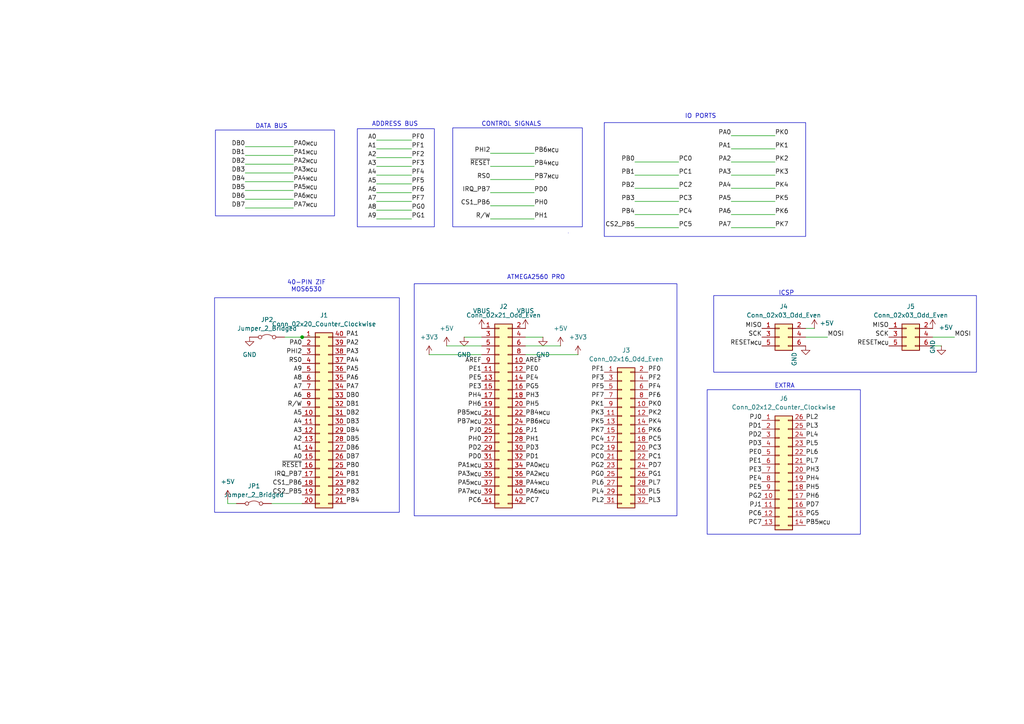
<source format=kicad_sch>
(kicad_sch (version 20231120) (generator "eeschema") (generator_version "8.0")
  (paper "A4")
  (title_block (title "MOS 6530 Chip Tester") (date "2024-08-26") (rev "0") (company "Paul Sajna"))
  (lib_symbols
    (symbol "Connector_Generic:Conn_02x03_Odd_Even" (pin_names (offset 1.016) hide)
      (property "Reference" "J" (at 1.27 5.08 0))
      (property "Value" "Conn_02x03_Odd_Even" (at 1.27 -5.08 0))
      (symbol "Conn_02x03_Odd_Even_1_1"
        (rectangle (start -1.27 -2.413) (end 0 -2.667) (stroke (width 0.1524)))
        (rectangle (start -1.27 0.127) (end 0 -0.127) (stroke (width 0.1524)))
        (rectangle (start -1.27 2.667) (end 0 2.413) (stroke (width 0.1524)))
        (rectangle (start -1.27 3.81) (end 3.81 -3.81) (stroke (width 0.254)) (fill (type background)))
        (rectangle (start 3.81 -2.413) (end 2.54 -2.667) (stroke (width 0.1524)))
        (rectangle (start 3.81 0.127) (end 2.54 -0.127) (stroke (width 0.1524)))
        (rectangle (start 3.81 2.667) (end 2.54 2.413) (stroke (width 0.1524)))
        (pin passive line (at -5.08 2.54 0) (length 3.81) (name "Pin_1") (number "1"))
        (pin passive line (at 7.62 2.54 180) (length 3.81) (name "Pin_2") (number "2"))
        (pin passive line (at -5.08 0 0) (length 3.81) (name "Pin_3") (number "3"))
        (pin passive line (at 7.62 0 180) (length 3.81) (name "Pin_4") (number "4"))
        (pin passive line (at -5.08 -2.54 0) (length 3.81) (name "Pin_5") (number "5"))
        (pin passive line (at 7.62 -2.54 180) (length 3.81) (name "Pin_6") (number "6"))
      )
    )
    (symbol "Connector_Generic:Conn_02x13_Counter_Clockwise" (pin_names (offset 1.016) hide)
      (property "Reference" "J" (at 1.27 17.78 0))
      (property "Value" "Conn_02x13_Counter_Clockwise" (at 1.27 -17.78 0))
      (symbol "Conn_02x13_Counter_Clockwise_1_1"
        (rectangle (start -1.27 -15.113) (end 0 -15.367) (stroke (width 0.1524)))
        (rectangle (start -1.27 -12.573) (end 0 -12.827) (stroke (width 0.1524)))
        (rectangle (start -1.27 -10.033) (end 0 -10.287) (stroke (width 0.1524)))
        (rectangle (start -1.27 -7.493) (end 0 -7.747) (stroke (width 0.1524)))
        (rectangle (start -1.27 -4.953) (end 0 -5.207) (stroke (width 0.1524)))
        (rectangle (start -1.27 -2.413) (end 0 -2.667) (stroke (width 0.1524)))
        (rectangle (start -1.27 0.127) (end 0 -0.127) (stroke (width 0.1524)))
        (rectangle (start -1.27 2.667) (end 0 2.413) (stroke (width 0.1524)))
        (rectangle (start -1.27 5.207) (end 0 4.953) (stroke (width 0.1524)))
        (rectangle (start -1.27 7.747) (end 0 7.493) (stroke (width 0.1524)))
        (rectangle (start -1.27 10.287) (end 0 10.033) (stroke (width 0.1524)))
        (rectangle (start -1.27 12.827) (end 0 12.573) (stroke (width 0.1524)))
        (rectangle (start -1.27 15.367) (end 0 15.113) (stroke (width 0.1524)))
        (rectangle (start -1.27 16.51) (end 3.81 -16.51) (stroke (width 0.254)) (fill (type background)))
        (rectangle (start 3.81 -15.113) (end 2.54 -15.367) (stroke (width 0.1524)))
        (rectangle (start 3.81 -12.573) (end 2.54 -12.827) (stroke (width 0.1524)))
        (rectangle (start 3.81 -10.033) (end 2.54 -10.287) (stroke (width 0.1524)))
        (rectangle (start 3.81 -7.493) (end 2.54 -7.747) (stroke (width 0.1524)))
        (rectangle (start 3.81 -4.953) (end 2.54 -5.207) (stroke (width 0.1524)))
        (rectangle (start 3.81 -2.413) (end 2.54 -2.667) (stroke (width 0.1524)))
        (rectangle (start 3.81 0.127) (end 2.54 -0.127) (stroke (width 0.1524)))
        (rectangle (start 3.81 2.667) (end 2.54 2.413) (stroke (width 0.1524)))
        (rectangle (start 3.81 5.207) (end 2.54 4.953) (stroke (width 0.1524)))
        (rectangle (start 3.81 7.747) (end 2.54 7.493) (stroke (width 0.1524)))
        (rectangle (start 3.81 10.287) (end 2.54 10.033) (stroke (width 0.1524)))
        (rectangle (start 3.81 12.827) (end 2.54 12.573) (stroke (width 0.1524)))
        (rectangle (start 3.81 15.367) (end 2.54 15.113) (stroke (width 0.1524)))
        (pin passive line (at -5.08 15.24 0) (length 3.81) (name "Pin_1") (number "1"))
        (pin passive line (at -5.08 -7.62 0) (length 3.81) (name "Pin_10") (number "10"))
        (pin passive line (at -5.08 -10.16 0) (length 3.81) (name "Pin_11") (number "11"))
        (pin passive line (at -5.08 -12.7 0) (length 3.81) (name "Pin_12") (number "12"))
        (pin passive line (at -5.08 -15.24 0) (length 3.81) (name "Pin_13") (number "13"))
        (pin passive line (at 7.62 -15.24 180) (length 3.81) (name "Pin_14") (number "14"))
        (pin passive line (at 7.62 -12.7 180) (length 3.81) (name "Pin_15") (number "15"))
        (pin passive line (at 7.62 -10.16 180) (length 3.81) (name "Pin_16") (number "16"))
        (pin passive line (at 7.62 -7.62 180) (length 3.81) (name "Pin_17") (number "17"))
        (pin passive line (at 7.62 -5.08 180) (length 3.81) (name "Pin_18") (number "18"))
        (pin passive line (at 7.62 -2.54 180) (length 3.81) (name "Pin_19") (number "19"))
        (pin passive line (at -5.08 12.7 0) (length 3.81) (name "Pin_2") (number "2"))
        (pin passive line (at 7.62 0 180) (length 3.81) (name "Pin_20") (number "20"))
        (pin passive line (at 7.62 2.54 180) (length 3.81) (name "Pin_21") (number "21"))
        (pin passive line (at 7.62 5.08 180) (length 3.81) (name "Pin_22") (number "22"))
        (pin passive line (at 7.62 7.62 180) (length 3.81) (name "Pin_23") (number "23"))
        (pin passive line (at 7.62 10.16 180) (length 3.81) (name "Pin_24") (number "24"))
        (pin passive line (at 7.62 12.7 180) (length 3.81) (name "Pin_25") (number "25"))
        (pin passive line (at 7.62 15.24 180) (length 3.81) (name "Pin_26") (number "26"))
        (pin passive line (at -5.08 10.16 0) (length 3.81) (name "Pin_3") (number "3"))
        (pin passive line (at -5.08 7.62 0) (length 3.81) (name "Pin_4") (number "4"))
        (pin passive line (at -5.08 5.08 0) (length 3.81) (name "Pin_5") (number "5"))
        (pin passive line (at -5.08 2.54 0) (length 3.81) (name "Pin_6") (number "6"))
        (pin passive line (at -5.08 0 0) (length 3.81) (name "Pin_7") (number "7"))
        (pin passive line (at -5.08 -2.54 0) (length 3.81) (name "Pin_8") (number "8"))
        (pin passive line (at -5.08 -5.08 0) (length 3.81) (name "Pin_9") (number "9"))
      )
    )
    (symbol "Connector_Generic:Conn_02x16_Odd_Even" (pin_names (offset 1.016) hide)
      (property "Reference" "J" (at 1.27 20.32 0))
      (property "Value" "Conn_02x16_Odd_Even" (at 1.27 -22.86 0))
      (symbol "Conn_02x16_Odd_Even_1_1"
        (rectangle (start -1.27 -20.193) (end 0 -20.447) (stroke (width 0.1524)))
        (rectangle (start -1.27 -17.653) (end 0 -17.907) (stroke (width 0.1524)))
        (rectangle (start -1.27 -15.113) (end 0 -15.367) (stroke (width 0.1524)))
        (rectangle (start -1.27 -12.573) (end 0 -12.827) (stroke (width 0.1524)))
        (rectangle (start -1.27 -10.033) (end 0 -10.287) (stroke (width 0.1524)))
        (rectangle (start -1.27 -7.493) (end 0 -7.747) (stroke (width 0.1524)))
        (rectangle (start -1.27 -4.953) (end 0 -5.207) (stroke (width 0.1524)))
        (rectangle (start -1.27 -2.413) (end 0 -2.667) (stroke (width 0.1524)))
        (rectangle (start -1.27 0.127) (end 0 -0.127) (stroke (width 0.1524)))
        (rectangle (start -1.27 2.667) (end 0 2.413) (stroke (width 0.1524)))
        (rectangle (start -1.27 5.207) (end 0 4.953) (stroke (width 0.1524)))
        (rectangle (start -1.27 7.747) (end 0 7.493) (stroke (width 0.1524)))
        (rectangle (start -1.27 10.287) (end 0 10.033) (stroke (width 0.1524)))
        (rectangle (start -1.27 12.827) (end 0 12.573) (stroke (width 0.1524)))
        (rectangle (start -1.27 15.367) (end 0 15.113) (stroke (width 0.1524)))
        (rectangle (start -1.27 17.907) (end 0 17.653) (stroke (width 0.1524)))
        (rectangle (start -1.27 19.05) (end 3.81 -21.59) (stroke (width 0.254)) (fill (type background)))
        (rectangle (start 3.81 -20.193) (end 2.54 -20.447) (stroke (width 0.1524)))
        (rectangle (start 3.81 -17.653) (end 2.54 -17.907) (stroke (width 0.1524)))
        (rectangle (start 3.81 -15.113) (end 2.54 -15.367) (stroke (width 0.1524)))
        (rectangle (start 3.81 -12.573) (end 2.54 -12.827) (stroke (width 0.1524)))
        (rectangle (start 3.81 -10.033) (end 2.54 -10.287) (stroke (width 0.1524)))
        (rectangle (start 3.81 -7.493) (end 2.54 -7.747) (stroke (width 0.1524)))
        (rectangle (start 3.81 -4.953) (end 2.54 -5.207) (stroke (width 0.1524)))
        (rectangle (start 3.81 -2.413) (end 2.54 -2.667) (stroke (width 0.1524)))
        (rectangle (start 3.81 0.127) (end 2.54 -0.127) (stroke (width 0.1524)))
        (rectangle (start 3.81 2.667) (end 2.54 2.413) (stroke (width 0.1524)))
        (rectangle (start 3.81 5.207) (end 2.54 4.953) (stroke (width 0.1524)))
        (rectangle (start 3.81 7.747) (end 2.54 7.493) (stroke (width 0.1524)))
        (rectangle (start 3.81 10.287) (end 2.54 10.033) (stroke (width 0.1524)))
        (rectangle (start 3.81 12.827) (end 2.54 12.573) (stroke (width 0.1524)))
        (rectangle (start 3.81 15.367) (end 2.54 15.113) (stroke (width 0.1524)))
        (rectangle (start 3.81 17.907) (end 2.54 17.653) (stroke (width 0.1524)))
        (pin passive line (at -5.08 17.78 0) (length 3.81) (name "Pin_1") (number "1"))
        (pin passive line (at 7.62 7.62 180) (length 3.81) (name "Pin_10") (number "10"))
        (pin passive line (at -5.08 5.08 0) (length 3.81) (name "Pin_11") (number "11"))
        (pin passive line (at 7.62 5.08 180) (length 3.81) (name "Pin_12") (number "12"))
        (pin passive line (at -5.08 2.54 0) (length 3.81) (name "Pin_13") (number "13"))
        (pin passive line (at 7.62 2.54 180) (length 3.81) (name "Pin_14") (number "14"))
        (pin passive line (at -5.08 0 0) (length 3.81) (name "Pin_15") (number "15"))
        (pin passive line (at 7.62 0 180) (length 3.81) (name "Pin_16") (number "16"))
        (pin passive line (at -5.08 -2.54 0) (length 3.81) (name "Pin_17") (number "17"))
        (pin passive line (at 7.62 -2.54 180) (length 3.81) (name "Pin_18") (number "18"))
        (pin passive line (at -5.08 -5.08 0) (length 3.81) (name "Pin_19") (number "19"))
        (pin passive line (at 7.62 17.78 180) (length 3.81) (name "Pin_2") (number "2"))
        (pin passive line (at 7.62 -5.08 180) (length 3.81) (name "Pin_20") (number "20"))
        (pin passive line (at -5.08 -7.62 0) (length 3.81) (name "Pin_21") (number "21"))
        (pin passive line (at 7.62 -7.62 180) (length 3.81) (name "Pin_22") (number "22"))
        (pin passive line (at -5.08 -10.16 0) (length 3.81) (name "Pin_23") (number "23"))
        (pin passive line (at 7.62 -10.16 180) (length 3.81) (name "Pin_24") (number "24"))
        (pin passive line (at -5.08 -12.7 0) (length 3.81) (name "Pin_25") (number "25"))
        (pin passive line (at 7.62 -12.7 180) (length 3.81) (name "Pin_26") (number "26"))
        (pin passive line (at -5.08 -15.24 0) (length 3.81) (name "Pin_27") (number "27"))
        (pin passive line (at 7.62 -15.24 180) (length 3.81) (name "Pin_28") (number "28"))
        (pin passive line (at -5.08 -17.78 0) (length 3.81) (name "Pin_29") (number "29"))
        (pin passive line (at -5.08 15.24 0) (length 3.81) (name "Pin_3") (number "3"))
        (pin passive line (at 7.62 -17.78 180) (length 3.81) (name "Pin_30") (number "30"))
        (pin passive line (at -5.08 -20.32 0) (length 3.81) (name "Pin_31") (number "31"))
        (pin passive line (at 7.62 -20.32 180) (length 3.81) (name "Pin_32") (number "32"))
        (pin passive line (at 7.62 15.24 180) (length 3.81) (name "Pin_4") (number "4"))
        (pin passive line (at -5.08 12.7 0) (length 3.81) (name "Pin_5") (number "5"))
        (pin passive line (at 7.62 12.7 180) (length 3.81) (name "Pin_6") (number "6"))
        (pin passive line (at -5.08 10.16 0) (length 3.81) (name "Pin_7") (number "7"))
        (pin passive line (at 7.62 10.16 180) (length 3.81) (name "Pin_8") (number "8"))
        (pin passive line (at -5.08 7.62 0) (length 3.81) (name "Pin_9") (number "9"))
      )
    )
    (symbol "Connector_Generic:Conn_02x20_Counter_Clockwise" (pin_names (offset 1.016) hide)
      (property "Reference" "J" (at 1.27 25.4 0))
      (property "Value" "Conn_02x20_Counter_Clockwise" (at 1.27 -27.94 0))
      (symbol "Conn_02x20_Counter_Clockwise_1_1"
        (rectangle (start -1.27 -25.273) (end 0 -25.527) (stroke (width 0.1524)))
        (rectangle (start -1.27 -22.733) (end 0 -22.987) (stroke (width 0.1524)))
        (rectangle (start -1.27 -20.193) (end 0 -20.447) (stroke (width 0.1524)))
        (rectangle (start -1.27 -17.653) (end 0 -17.907) (stroke (width 0.1524)))
        (rectangle (start -1.27 -15.113) (end 0 -15.367) (stroke (width 0.1524)))
        (rectangle (start -1.27 -12.573) (end 0 -12.827) (stroke (width 0.1524)))
        (rectangle (start -1.27 -10.033) (end 0 -10.287) (stroke (width 0.1524)))
        (rectangle (start -1.27 -7.493) (end 0 -7.747) (stroke (width 0.1524)))
        (rectangle (start -1.27 -4.953) (end 0 -5.207) (stroke (width 0.1524)))
        (rectangle (start -1.27 -2.413) (end 0 -2.667) (stroke (width 0.1524)))
        (rectangle (start -1.27 0.127) (end 0 -0.127) (stroke (width 0.1524)))
        (rectangle (start -1.27 2.667) (end 0 2.413) (stroke (width 0.1524)))
        (rectangle (start -1.27 5.207) (end 0 4.953) (stroke (width 0.1524)))
        (rectangle (start -1.27 7.747) (end 0 7.493) (stroke (width 0.1524)))
        (rectangle (start -1.27 10.287) (end 0 10.033) (stroke (width 0.1524)))
        (rectangle (start -1.27 12.827) (end 0 12.573) (stroke (width 0.1524)))
        (rectangle (start -1.27 15.367) (end 0 15.113) (stroke (width 0.1524)))
        (rectangle (start -1.27 17.907) (end 0 17.653) (stroke (width 0.1524)))
        (rectangle (start -1.27 20.447) (end 0 20.193) (stroke (width 0.1524)))
        (rectangle (start -1.27 22.987) (end 0 22.733) (stroke (width 0.1524)))
        (rectangle (start -1.27 24.13) (end 3.81 -26.67) (stroke (width 0.254)) (fill (type background)))
        (rectangle (start 3.81 -25.273) (end 2.54 -25.527) (stroke (width 0.1524)))
        (rectangle (start 3.81 -22.733) (end 2.54 -22.987) (stroke (width 0.1524)))
        (rectangle (start 3.81 -20.193) (end 2.54 -20.447) (stroke (width 0.1524)))
        (rectangle (start 3.81 -17.653) (end 2.54 -17.907) (stroke (width 0.1524)))
        (rectangle (start 3.81 -15.113) (end 2.54 -15.367) (stroke (width 0.1524)))
        (rectangle (start 3.81 -12.573) (end 2.54 -12.827) (stroke (width 0.1524)))
        (rectangle (start 3.81 -10.033) (end 2.54 -10.287) (stroke (width 0.1524)))
        (rectangle (start 3.81 -7.493) (end 2.54 -7.747) (stroke (width 0.1524)))
        (rectangle (start 3.81 -4.953) (end 2.54 -5.207) (stroke (width 0.1524)))
        (rectangle (start 3.81 -2.413) (end 2.54 -2.667) (stroke (width 0.1524)))
        (rectangle (start 3.81 0.127) (end 2.54 -0.127) (stroke (width 0.1524)))
        (rectangle (start 3.81 2.667) (end 2.54 2.413) (stroke (width 0.1524)))
        (rectangle (start 3.81 5.207) (end 2.54 4.953) (stroke (width 0.1524)))
        (rectangle (start 3.81 7.747) (end 2.54 7.493) (stroke (width 0.1524)))
        (rectangle (start 3.81 10.287) (end 2.54 10.033) (stroke (width 0.1524)))
        (rectangle (start 3.81 12.827) (end 2.54 12.573) (stroke (width 0.1524)))
        (rectangle (start 3.81 15.367) (end 2.54 15.113) (stroke (width 0.1524)))
        (rectangle (start 3.81 17.907) (end 2.54 17.653) (stroke (width 0.1524)))
        (rectangle (start 3.81 20.447) (end 2.54 20.193) (stroke (width 0.1524)))
        (rectangle (start 3.81 22.987) (end 2.54 22.733) (stroke (width 0.1524)))
        (pin passive line (at -5.08 22.86 0) (length 3.81) (name "Pin_1") (number "1"))
        (pin passive line (at -5.08 0 0) (length 3.81) (name "Pin_10") (number "10"))
        (pin passive line (at -5.08 -2.54 0) (length 3.81) (name "Pin_11") (number "11"))
        (pin passive line (at -5.08 -5.08 0) (length 3.81) (name "Pin_12") (number "12"))
        (pin passive line (at -5.08 -7.62 0) (length 3.81) (name "Pin_13") (number "13"))
        (pin passive line (at -5.08 -10.16 0) (length 3.81) (name "Pin_14") (number "14"))
        (pin passive line (at -5.08 -12.7 0) (length 3.81) (name "Pin_15") (number "15"))
        (pin passive line (at -5.08 -15.24 0) (length 3.81) (name "Pin_16") (number "16"))
        (pin passive line (at -5.08 -17.78 0) (length 3.81) (name "Pin_17") (number "17"))
        (pin passive line (at -5.08 -20.32 0) (length 3.81) (name "Pin_18") (number "18"))
        (pin passive line (at -5.08 -22.86 0) (length 3.81) (name "Pin_19") (number "19"))
        (pin passive line (at -5.08 20.32 0) (length 3.81) (name "Pin_2") (number "2"))
        (pin passive line (at -5.08 -25.4 0) (length 3.81) (name "Pin_20") (number "20"))
        (pin passive line (at 7.62 -25.4 180) (length 3.81) (name "Pin_21") (number "21"))
        (pin passive line (at 7.62 -22.86 180) (length 3.81) (name "Pin_22") (number "22"))
        (pin passive line (at 7.62 -20.32 180) (length 3.81) (name "Pin_23") (number "23"))
        (pin passive line (at 7.62 -17.78 180) (length 3.81) (name "Pin_24") (number "24"))
        (pin passive line (at 7.62 -15.24 180) (length 3.81) (name "Pin_25") (number "25"))
        (pin passive line (at 7.62 -12.7 180) (length 3.81) (name "Pin_26") (number "26"))
        (pin passive line (at 7.62 -10.16 180) (length 3.81) (name "Pin_27") (number "27"))
        (pin passive line (at 7.62 -7.62 180) (length 3.81) (name "Pin_28") (number "28"))
        (pin passive line (at 7.62 -5.08 180) (length 3.81) (name "Pin_29") (number "29"))
        (pin passive line (at -5.08 17.78 0) (length 3.81) (name "Pin_3") (number "3"))
        (pin passive line (at 7.62 -2.54 180) (length 3.81) (name "Pin_30") (number "30"))
        (pin passive line (at 7.62 0 180) (length 3.81) (name "Pin_31") (number "31"))
        (pin passive line (at 7.62 2.54 180) (length 3.81) (name "Pin_32") (number "32"))
        (pin passive line (at 7.62 5.08 180) (length 3.81) (name "Pin_33") (number "33"))
        (pin passive line (at 7.62 7.62 180) (length 3.81) (name "Pin_34") (number "34"))
        (pin passive line (at 7.62 10.16 180) (length 3.81) (name "Pin_35") (number "35"))
        (pin passive line (at 7.62 12.7 180) (length 3.81) (name "Pin_36") (number "36"))
        (pin passive line (at 7.62 15.24 180) (length 3.81) (name "Pin_37") (number "37"))
        (pin passive line (at 7.62 17.78 180) (length 3.81) (name "Pin_38") (number "38"))
        (pin passive line (at 7.62 20.32 180) (length 3.81) (name "Pin_39") (number "39"))
        (pin passive line (at -5.08 15.24 0) (length 3.81) (name "Pin_4") (number "4"))
        (pin passive line (at 7.62 22.86 180) (length 3.81) (name "Pin_40") (number "40"))
        (pin passive line (at -5.08 12.7 0) (length 3.81) (name "Pin_5") (number "5"))
        (pin passive line (at -5.08 10.16 0) (length 3.81) (name "Pin_6") (number "6"))
        (pin passive line (at -5.08 7.62 0) (length 3.81) (name "Pin_7") (number "7"))
        (pin passive line (at -5.08 5.08 0) (length 3.81) (name "Pin_8") (number "8"))
        (pin passive line (at -5.08 2.54 0) (length 3.81) (name "Pin_9") (number "9"))
      )
    )
    (symbol "Connector_Generic:Conn_02x21_Odd_Even" (pin_names (offset 1.016) hide)
      (property "Reference" "J" (at 1.27 27.94 0))
      (property "Value" "Conn_02x21_Odd_Even" (at 1.27 -27.94 0))
      (symbol "Conn_02x21_Odd_Even_1_1"
        (rectangle (start -1.27 -25.273) (end 0 -25.527) (stroke (width 0.1524)))
        (rectangle (start -1.27 -22.733) (end 0 -22.987) (stroke (width 0.1524)))
        (rectangle (start -1.27 -20.193) (end 0 -20.447) (stroke (width 0.1524)))
        (rectangle (start -1.27 -17.653) (end 0 -17.907) (stroke (width 0.1524)))
        (rectangle (start -1.27 -15.113) (end 0 -15.367) (stroke (width 0.1524)))
        (rectangle (start -1.27 -12.573) (end 0 -12.827) (stroke (width 0.1524)))
        (rectangle (start -1.27 -10.033) (end 0 -10.287) (stroke (width 0.1524)))
        (rectangle (start -1.27 -7.493) (end 0 -7.747) (stroke (width 0.1524)))
        (rectangle (start -1.27 -4.953) (end 0 -5.207) (stroke (width 0.1524)))
        (rectangle (start -1.27 -2.413) (end 0 -2.667) (stroke (width 0.1524)))
        (rectangle (start -1.27 0.127) (end 0 -0.127) (stroke (width 0.1524)))
        (rectangle (start -1.27 2.667) (end 0 2.413) (stroke (width 0.1524)))
        (rectangle (start -1.27 5.207) (end 0 4.953) (stroke (width 0.1524)))
        (rectangle (start -1.27 7.747) (end 0 7.493) (stroke (width 0.1524)))
        (rectangle (start -1.27 10.287) (end 0 10.033) (stroke (width 0.1524)))
        (rectangle (start -1.27 12.827) (end 0 12.573) (stroke (width 0.1524)))
        (rectangle (start -1.27 15.367) (end 0 15.113) (stroke (width 0.1524)))
        (rectangle (start -1.27 17.907) (end 0 17.653) (stroke (width 0.1524)))
        (rectangle (start -1.27 20.447) (end 0 20.193) (stroke (width 0.1524)))
        (rectangle (start -1.27 22.987) (end 0 22.733) (stroke (width 0.1524)))
        (rectangle (start -1.27 25.527) (end 0 25.273) (stroke (width 0.1524)))
        (rectangle (start -1.27 26.67) (end 3.81 -26.67) (stroke (width 0.254)) (fill (type background)))
        (rectangle (start 3.81 -25.273) (end 2.54 -25.527) (stroke (width 0.1524)))
        (rectangle (start 3.81 -22.733) (end 2.54 -22.987) (stroke (width 0.1524)))
        (rectangle (start 3.81 -20.193) (end 2.54 -20.447) (stroke (width 0.1524)))
        (rectangle (start 3.81 -17.653) (end 2.54 -17.907) (stroke (width 0.1524)))
        (rectangle (start 3.81 -15.113) (end 2.54 -15.367) (stroke (width 0.1524)))
        (rectangle (start 3.81 -12.573) (end 2.54 -12.827) (stroke (width 0.1524)))
        (rectangle (start 3.81 -10.033) (end 2.54 -10.287) (stroke (width 0.1524)))
        (rectangle (start 3.81 -7.493) (end 2.54 -7.747) (stroke (width 0.1524)))
        (rectangle (start 3.81 -4.953) (end 2.54 -5.207) (stroke (width 0.1524)))
        (rectangle (start 3.81 -2.413) (end 2.54 -2.667) (stroke (width 0.1524)))
        (rectangle (start 3.81 0.127) (end 2.54 -0.127) (stroke (width 0.1524)))
        (rectangle (start 3.81 2.667) (end 2.54 2.413) (stroke (width 0.1524)))
        (rectangle (start 3.81 5.207) (end 2.54 4.953) (stroke (width 0.1524)))
        (rectangle (start 3.81 7.747) (end 2.54 7.493) (stroke (width 0.1524)))
        (rectangle (start 3.81 10.287) (end 2.54 10.033) (stroke (width 0.1524)))
        (rectangle (start 3.81 12.827) (end 2.54 12.573) (stroke (width 0.1524)))
        (rectangle (start 3.81 15.367) (end 2.54 15.113) (stroke (width 0.1524)))
        (rectangle (start 3.81 17.907) (end 2.54 17.653) (stroke (width 0.1524)))
        (rectangle (start 3.81 20.447) (end 2.54 20.193) (stroke (width 0.1524)))
        (rectangle (start 3.81 22.987) (end 2.54 22.733) (stroke (width 0.1524)))
        (rectangle (start 3.81 25.527) (end 2.54 25.273) (stroke (width 0.1524)))
        (pin passive line (at -5.08 25.4 0) (length 3.81) (name "Pin_1") (number "1"))
        (pin passive line (at 7.62 15.24 180) (length 3.81) (name "Pin_10") (number "10"))
        (pin passive line (at -5.08 12.7 0) (length 3.81) (name "Pin_11") (number "11"))
        (pin passive line (at 7.62 12.7 180) (length 3.81) (name "Pin_12") (number "12"))
        (pin passive line (at -5.08 10.16 0) (length 3.81) (name "Pin_13") (number "13"))
        (pin passive line (at 7.62 10.16 180) (length 3.81) (name "Pin_14") (number "14"))
        (pin passive line (at -5.08 7.62 0) (length 3.81) (name "Pin_15") (number "15"))
        (pin passive line (at 7.62 7.62 180) (length 3.81) (name "Pin_16") (number "16"))
        (pin passive line (at -5.08 5.08 0) (length 3.81) (name "Pin_17") (number "17"))
        (pin passive line (at 7.62 5.08 180) (length 3.81) (name "Pin_18") (number "18"))
        (pin passive line (at -5.08 2.54 0) (length 3.81) (name "Pin_19") (number "19"))
        (pin passive line (at 7.62 25.4 180) (length 3.81) (name "Pin_2") (number "2"))
        (pin passive line (at 7.62 2.54 180) (length 3.81) (name "Pin_20") (number "20"))
        (pin passive line (at -5.08 0 0) (length 3.81) (name "Pin_21") (number "21"))
        (pin passive line (at 7.62 0 180) (length 3.81) (name "Pin_22") (number "22"))
        (pin passive line (at -5.08 -2.54 0) (length 3.81) (name "Pin_23") (number "23"))
        (pin passive line (at 7.62 -2.54 180) (length 3.81) (name "Pin_24") (number "24"))
        (pin passive line (at -5.08 -5.08 0) (length 3.81) (name "Pin_25") (number "25"))
        (pin passive line (at 7.62 -5.08 180) (length 3.81) (name "Pin_26") (number "26"))
        (pin passive line (at -5.08 -7.62 0) (length 3.81) (name "Pin_27") (number "27"))
        (pin passive line (at 7.62 -7.62 180) (length 3.81) (name "Pin_28") (number "28"))
        (pin passive line (at -5.08 -10.16 0) (length 3.81) (name "Pin_29") (number "29"))
        (pin passive line (at -5.08 22.86 0) (length 3.81) (name "Pin_3") (number "3"))
        (pin passive line (at 7.62 -10.16 180) (length 3.81) (name "Pin_30") (number "30"))
        (pin passive line (at -5.08 -12.7 0) (length 3.81) (name "Pin_31") (number "31"))
        (pin passive line (at 7.62 -12.7 180) (length 3.81) (name "Pin_32") (number "32"))
        (pin passive line (at -5.08 -15.24 0) (length 3.81) (name "Pin_33") (number "33"))
        (pin passive line (at 7.62 -15.24 180) (length 3.81) (name "Pin_34") (number "34"))
        (pin passive line (at -5.08 -17.78 0) (length 3.81) (name "Pin_35") (number "35"))
        (pin passive line (at 7.62 -17.78 180) (length 3.81) (name "Pin_36") (number "36"))
        (pin passive line (at -5.08 -20.32 0) (length 3.81) (name "Pin_37") (number "37"))
        (pin passive line (at 7.62 -20.32 180) (length 3.81) (name "Pin_38") (number "38"))
        (pin passive line (at -5.08 -22.86 0) (length 3.81) (name "Pin_39") (number "39"))
        (pin passive line (at 7.62 22.86 180) (length 3.81) (name "Pin_4") (number "4"))
        (pin passive line (at 7.62 -22.86 180) (length 3.81) (name "Pin_40") (number "40"))
        (pin passive line (at -5.08 -25.4 0) (length 3.81) (name "Pin_41") (number "41"))
        (pin passive line (at 7.62 -25.4 180) (length 3.81) (name "Pin_42") (number "42"))
        (pin passive line (at -5.08 20.32 0) (length 3.81) (name "Pin_5") (number "5"))
        (pin passive line (at 7.62 20.32 180) (length 3.81) (name "Pin_6") (number "6"))
        (pin passive line (at -5.08 17.78 0) (length 3.81) (name "Pin_7") (number "7"))
        (pin passive line (at 7.62 17.78 180) (length 3.81) (name "Pin_8") (number "8"))
        (pin passive line (at -5.08 15.24 0) (length 3.81) (name "Pin_9") (number "9"))
      )
    )
    (symbol "Jumper:Jumper_2_Bridged" (pin_numbers hide) (pin_names (offset 0) hide) (exclude_from_sim yes)
      (property "Reference" "JP" (at 0 1.905 0))
      (property "Value" "Jumper_2_Bridged" (at 0 -2.54 0))
      (symbol "Jumper_2_Bridged_0_0"
        (circle (center -2.032 0) (radius 0.508))
        (circle (center 2.032 0) (radius 0.508))
      )
      (symbol "Jumper_2_Bridged_0_1"
        (arc (start 1.524 0.254) (mid 0 0.762) (end -1.524 0.254))
      )
      (symbol "Jumper_2_Bridged_1_1"
        (pin passive line (at -5.08 0 0) (length 2.54) (name "A") (number "1"))
        (pin passive line (at 5.08 0 180) (length 2.54) (name "B") (number "2"))
      )
    )
    (symbol "power:+3V3" (power) (pin_numbers hide) (pin_names (offset 0) hide)
      (property "Value" "+3V3" (at 0 3.556 0))
      (symbol "+3V3_0_1"
        (polyline (pts (xy -0.762 1.27) (xy 0 2.54)))
        (polyline (pts (xy 0 0) (xy 0 2.54)))
        (polyline (pts (xy 0 2.54) (xy 0.762 1.27)))
      )
      (symbol "+3V3_1_1"
        (pin power_in line (at 0 0 90) (length 0) (name "~") (number "1"))
      )
    )
    (symbol "power:+5V" (power) (pin_numbers hide) (pin_names (offset 0) hide)
      (property "Value" "+5V" (at 0 3.556 0))
      (symbol "+5V_0_1"
        (polyline (pts (xy -0.762 1.27) (xy 0 2.54)))
        (polyline (pts (xy 0 0) (xy 0 2.54)))
        (polyline (pts (xy 0 2.54) (xy 0.762 1.27)))
      )
      (symbol "+5V_1_1"
        (pin power_in line (at 0 0 90) (length 0) (name "~") (number "1"))
      )
    )
    (symbol "power:GND" (power) (pin_numbers hide) (pin_names (offset 0) hide)
      (property "Value" "GND" (at 0 -3.81 0))
      (symbol "GND_0_1"
        (polyline (pts (xy 0 0) (xy 0 -1.27) (xy 1.27 -1.27) (xy 0 -2.54) (xy -1.27 -1.27) (xy 0 -1.27)))
      )
      (symbol "GND_1_1"
        (pin power_in line (at 0 0 270) (length 0) (name "~") (number "1"))
      )
    )
    (symbol "power:VBUS" (power) (pin_numbers hide) (pin_names (offset 0) hide)
      (property "Value" "VBUS" (at 0 3.556 0))
      (symbol "VBUS_0_1"
        (polyline (pts (xy -0.762 1.27) (xy 0 2.54)))
        (polyline (pts (xy 0 0) (xy 0 2.54)))
        (polyline (pts (xy 0 2.54) (xy 0.762 1.27)))
      )
      (symbol "VBUS_1_1"
        (pin power_in line (at 0 0 90) (length 0) (name "~") (number "1"))
      )
    )
  )
  (junction (at 87.63 97.79))
  (wire (pts (xy 71.12 47.625) (xy 85.09 47.625)))
  (wire (pts (xy 270.51 100.33) (xy 273.05 100.33)))
  (wire (pts (xy 109.22 50.8) (xy 119.38 50.8)))
  (wire (pts (xy 212.09 62.23) (xy 224.79 62.23)))
  (wire (pts (xy 212.09 39.37) (xy 224.79 39.37)))
  (wire (pts (xy 66.04 146.05) (xy 68.58 146.05)))
  (wire (pts (xy 184.15 50.8) (xy 196.85 50.8)))
  (wire (pts (xy 212.09 43.18) (xy 224.79 43.18)))
  (wire (pts (xy 212.09 66.04) (xy 224.79 66.04)))
  (wire (pts (xy 212.09 50.8) (xy 224.79 50.8)))
  (wire (pts (xy 109.22 40.64) (xy 119.38 40.64)))
  (wire (pts (xy 167.64 102.87) (xy 152.4 102.87)))
  (wire (pts (xy 212.09 46.99) (xy 224.79 46.99)))
  (wire (pts (xy 142.24 44.45) (xy 154.94 44.45)))
  (wire (pts (xy 142.24 63.5) (xy 154.94 63.5)))
  (wire (pts (xy 134.62 97.79) (xy 139.7 97.79)))
  (wire (pts (xy 233.68 97.79) (xy 240.03 97.79)))
  (wire (pts (xy 109.22 45.72) (xy 119.38 45.72)))
  (wire (pts (xy 109.22 43.18) (xy 119.38 43.18)))
  (wire (pts (xy 109.22 58.42) (xy 119.38 58.42)))
  (wire (pts (xy 109.22 63.5) (xy 119.38 63.5)))
  (wire (pts (xy 142.24 55.88) (xy 154.94 55.88)))
  (wire (pts (xy 184.15 58.42) (xy 196.85 58.42)))
  (wire (pts (xy 109.22 60.96) (xy 119.38 60.96)))
  (wire (pts (xy 157.48 97.79) (xy 152.4 97.79)))
  (wire (pts (xy 212.09 54.61) (xy 224.79 54.61)))
  (wire (pts (xy 212.09 58.42) (xy 224.79 58.42)))
  (wire (pts (xy 109.22 55.88) (xy 119.38 55.88)))
  (wire (pts (xy 109.22 48.26) (xy 119.38 48.26)))
  (wire (pts (xy 142.24 59.69) (xy 154.94 59.69)))
  (wire (pts (xy 71.12 57.785) (xy 85.09 57.785)))
  (wire (pts (xy 78.74 146.05) (xy 87.63 146.05)))
  (wire (pts (xy 82.55 97.79) (xy 87.63 97.79)))
  (wire (pts (xy 184.15 62.23) (xy 196.85 62.23)))
  (wire (pts (xy 184.15 54.61) (xy 196.85 54.61)))
  (wire (pts (xy 129.54 100.33) (xy 139.7 100.33)))
  (wire (pts (xy 71.12 45.085) (xy 85.09 45.085)))
  (wire (pts (xy 270.51 97.79) (xy 276.86 97.79)))
  (wire (pts (xy 71.12 55.245) (xy 85.09 55.245)))
  (wire (pts (xy 71.12 42.545) (xy 85.09 42.545)))
  (wire (pts (xy 184.15 66.04) (xy 196.85 66.04)))
  (wire (pts (xy 142.24 52.07) (xy 154.94 52.07)))
  (wire (pts (xy 162.56 100.33) (xy 152.4 100.33)))
  (wire (pts (xy 233.68 95.25) (xy 236.22 95.25)))
  (wire (pts (xy 71.12 60.325) (xy 85.09 60.325)))
  (wire (pts (xy 124.46 102.87) (xy 139.7 102.87)))
  (wire (pts (xy 87.63 97.79) (xy 91.44 97.79)))
  (wire (pts (xy 109.22 53.34) (xy 119.38 53.34)))
  (wire (pts (xy 71.12 50.165) (xy 85.09 50.165)))
  (wire (pts (xy 142.24 48.26) (xy 154.94 48.26)))
  (wire (pts (xy 71.12 52.705) (xy 85.09 52.705)))
  (wire (pts (xy 184.15 46.99) (xy 196.85 46.99)))
  (wire (pts (xy 66.04 144.78) (xy 66.04 146.05)))
  (rectangle (start 120.142 82.296) (end 196.342 149.606))
  (rectangle (start 62.484 37.719) (end 97.028 62.611))
  (rectangle (start 175.26 35.56) (end 233.68 68.58))
  (rectangle (start 205.105 113.03) (end 249.555 154.94))
  (rectangle (start 131.318 37.084) (end 168.91 65.786))
  (rectangle (start 207.01 85.725) (end 283.21 107.95))
  (rectangle (start 103.632 37.338) (end 125.984 65.786))
  (rectangle (start 164.846 67.564) (end 164.846 67.564))
  (rectangle (start 62.23 86.36) (end 115.824 148.59))
  (text "ADDRESS BUS" (at 114.554 36.068 0) (effects (font (size 1.27 1.27))))
  (text "IO PORTS" (at 203.2 33.782 0) (effects (font (size 1.27 1.27))))
  (text "ICSP" (at 228.092 85.09 0) (effects (font (size 1.27 1.27))))
  (text "40-PIN ZIF\nMOS6530" (at 88.9 83.058 0) (effects (font (size 1.27 1.27))))
  (text "EXTRA" (at 227.584 112.014 0) (effects (font (size 1.27 1.27))))
  (text "ATMEGA2560 PRO " (at 155.956 80.518 0) (effects (font (size 1.27 1.27))))
  (text "DATA BUS" (at 78.74 36.703 0) (effects (font (size 1.27 1.27))))
  (text "CONTROL SIGNALS" (at 148.336 36.068 0) (effects (font (size 1.27 1.27))))
  (label "PD7" (at 187.96 135.89 0))
  (label "CS1_PB6" (at 142.24 59.69 180))
  (label "PA0" (at 212.09 39.37 180))
  (label "PL4" (at 233.68 127 0))
  (label "PK2" (at 187.96 120.65 0))
  (label "PK0" (at 187.96 118.11 0))
  (label "PK1" (at 175.26 118.11 180))
  (label "PC4" (at 196.85 62.23 0))
  (label "PA5" (at 100.33 107.95 0))
  (label "PB6_{MCU}" (at 152.4 123.19 0))
  (label "DB2" (at 71.12 47.625 180))
  (label "PA1_{MCU}" (at 85.09 45.085 0))
  (label "PA2" (at 212.09 46.99 180))
  (label "PB2" (at 184.15 54.61 180))
  (label "A1" (at 109.22 43.18 180))
  (label "PF7" (at 119.38 58.42 0))
  (label "PG0" (at 175.26 138.43 180))
  (label "PH4" (at 139.7 115.57 180))
  (label "PK6" (at 224.79 62.23 0))
  (label "PA1" (at 212.09 43.18 180))
  (label "A6" (at 87.63 115.57 180))
  (label "PK2" (at 224.79 46.99 0))
  (label "PF0" (at 119.38 40.64 0))
  (label "PA3_{MCU}" (at 139.7 138.43 180))
  (label "A3" (at 109.22 48.26 180))
  (label "PC7" (at 152.4 146.05 0))
  (label "PB4_{MCU}" (at 152.4 120.65 0))
  (label "DB7" (at 100.33 133.35 0))
  (label "PA5" (at 212.09 58.42 180))
  (label "PJ0" (at 139.7 125.73 180))
  (label "PHI2" (at 142.24 44.45 180))
  (label "PC3" (at 187.96 130.81 0))
  (label "DB4" (at 100.33 125.73 0))
  (label "A4" (at 87.63 123.19 180))
  (label "PK3" (at 175.26 120.65 180))
  (label "A7" (at 109.22 58.42 180))
  (label "PF5" (at 119.38 53.34 0))
  (label "PA0_{MCU}" (at 85.09 42.545 0))
  (label "DB2" (at 100.33 120.65 0))
  (label "A5" (at 109.22 53.34 180))
  (label "PJ0" (at 220.98 121.92 180))
  (label "PE0" (at 152.4 107.95 0))
  (label "PG1" (at 119.38 63.5 0))
  (label "PA0" (at 87.63 100.33 180))
  (label "PE0" (at 220.98 132.08 180))
  (label "PG5" (at 233.68 149.86 0))
  (label "PD2" (at 139.7 130.81 180))
  (label "PL3" (at 187.96 146.05 0))
  (label "PH5" (at 152.4 118.11 0))
  (label "PE3" (at 220.98 137.16 180))
  (label "IRQ_PB7" (at 142.24 55.88 180))
  (label "PF1" (at 175.26 107.95 180))
  (label "MOSI" (at 240.03 97.79 0))
  (label "A0" (at 109.22 40.64 180))
  (label "DB4" (at 71.12 52.705 180))
  (label "PB7_{MCU}" (at 139.7 123.19 180))
  (label "PJ1" (at 152.4 125.73 0))
  (label "PG5" (at 152.4 113.03 0))
  (label "PC2" (at 196.85 54.61 0))
  (label "PL2" (at 175.26 146.05 180))
  (label "PF3" (at 175.26 110.49 180))
  (label "PB7_{MCU}" (at 154.94 52.07 0))
  (label "MISO" (at 220.98 95.25 180))
  (label "PD3" (at 152.4 130.81 0))
  (label "PB5_{MCU}" (at 139.7 120.65 180))
  (label "PL3" (at 233.68 124.46 0))
  (label "PL6" (at 233.68 132.08 0))
  (label "PA2_{MCU}" (at 152.4 138.43 0))
  (label "PA2" (at 100.33 100.33 0))
  (label "PC1" (at 187.96 133.35 0))
  (label "PA7_{MCU}" (at 85.09 60.325 0))
  (label "PA6" (at 212.09 62.23 180))
  (label "PA6_{MCU}" (at 152.4 143.51 0))
  (label "CS1_PB6" (at 87.63 140.97 180))
  (label "R{slash}W" (at 142.24 63.5 180))
  (label "PL2" (at 233.68 121.92 0))
  (label "RESET_{MCU}" (at 257.81 100.33 180))
  (label "DB3" (at 100.33 123.19 0))
  (label "PF5" (at 175.26 113.03 180))
  (label "PA3" (at 212.09 50.8 180))
  (label "PG1" (at 187.96 138.43 0))
  (label "PH6" (at 233.68 144.78 0))
  (label "PJ1" (at 220.98 147.32 180))
  (label "PH3" (at 152.4 115.57 0))
  (label "AREF" (at 139.7 105.41 180))
  (label "MISO" (at 257.81 95.25 180))
  (label "~{RESET}" (at 87.63 135.89 180))
  (label "PE1" (at 220.98 134.62 180))
  (label "PHI2" (at 87.63 102.87 180))
  (label "PK1" (at 224.79 43.18 0))
  (label "PD7" (at 233.68 147.32 0))
  (label "A4" (at 109.22 50.8 180))
  (label "PA0_{MCU}" (at 152.4 135.89 0))
  (label "PC0" (at 175.26 133.35 180))
  (label "PB5_{MCU}" (at 233.68 152.4 0))
  (label "A3" (at 87.63 125.73 180))
  (label "A5" (at 87.63 120.65 180))
  (label "PA2_{MCU}" (at 85.09 47.625 0))
  (label "PF6" (at 187.96 115.57 0))
  (label "PC5" (at 187.96 128.27 0))
  (label "PD0" (at 139.7 133.35 180))
  (label "PK5" (at 175.26 123.19 180))
  (label "PF3" (at 119.38 48.26 0))
  (label "PK7" (at 224.79 66.04 0))
  (label "CS2_PB5" (at 87.63 143.51 180))
  (label "PK0" (at 224.79 39.37 0))
  (label "A9" (at 87.63 107.95 180))
  (label "PF4" (at 119.38 50.8 0))
  (label "PF7" (at 175.26 115.57 180))
  (label "A8" (at 87.63 110.49 180))
  (label "DB5" (at 100.33 128.27 0))
  (label "PH0" (at 139.7 128.27 180))
  (label "PD3" (at 220.98 129.54 180))
  (label "DB6" (at 100.33 130.81 0))
  (label "PA1" (at 100.33 97.79 0))
  (label "CS2_PB5" (at 184.15 66.04 180))
  (label "PC7" (at 220.98 152.4 180))
  (label "PA3_{MCU}" (at 85.09 50.165 0))
  (label "PC5" (at 196.85 66.04 0))
  (label "PH1" (at 152.4 128.27 0))
  (label "PC0" (at 196.85 46.99 0))
  (label "PF2" (at 187.96 110.49 0))
  (label "PA4_{MCU}" (at 85.09 52.705 0))
  (label "PA5_{MCU}" (at 139.7 140.97 180))
  (label "SCK" (at 257.81 97.79 180))
  (label "PB2" (at 100.33 140.97 0))
  (label "PE5" (at 139.7 110.49 180))
  (label "PB1" (at 100.33 138.43 0))
  (label "DB3" (at 71.12 50.165 180))
  (label "PC4" (at 175.26 128.27 180))
  (label "DB0" (at 71.12 42.545 180))
  (label "DB0" (at 100.33 115.57 0))
  (label "PK5" (at 224.79 58.42 0))
  (label "MOSI" (at 276.86 97.79 0))
  (label "PB4_{MCU}" (at 154.94 48.26 0))
  (label "DB1" (at 100.33 118.11 0))
  (label "PL5" (at 187.96 143.51 0))
  (label "PK4" (at 224.79 54.61 0))
  (label "PB1" (at 184.15 50.8 180))
  (label "RS0" (at 87.63 105.41 180))
  (label "PL6" (at 175.26 140.97 180))
  (label "PH0" (at 154.94 59.69 0))
  (label "PB3" (at 184.15 58.42 180))
  (label "PE5" (at 220.98 142.24 180))
  (label "PA4" (at 100.33 105.41 0))
  (label "PL4" (at 175.26 143.51 180))
  (label "PB3" (at 100.33 143.51 0))
  (label "PB4" (at 184.15 62.23 180))
  (label "PA7" (at 212.09 66.04 180))
  (label "A7" (at 87.63 113.03 180))
  (label "PL7" (at 187.96 140.97 0))
  (label "PA3" (at 100.33 102.87 0))
  (label "PH3" (at 233.68 137.16 0))
  (label "PF6" (at 119.38 55.88 0))
  (label "PE4" (at 152.4 110.49 0))
  (label "RESET_{MCU}" (at 220.98 100.33 180))
  (label "PC3" (at 196.85 58.42 0))
  (label "PA6_{MCU}" (at 85.09 57.785 0))
  (label "A0" (at 87.63 133.35 180))
  (label "PE4" (at 220.98 139.7 180))
  (label "PB4" (at 100.33 146.05 0))
  (label "PE3" (at 139.7 113.03 180))
  (label "RS0" (at 142.24 52.07 180))
  (label "PC2" (at 175.26 130.81 180))
  (label "DB5" (at 71.12 55.245 180))
  (label "PA7_{MCU}" (at 139.7 143.51 180))
  (label "IRQ_PB7" (at 87.63 138.43 180))
  (label "PC1" (at 196.85 50.8 0))
  (label "AREF" (at 152.4 105.41 0))
  (label "PF4" (at 187.96 113.03 0))
  (label "PB6_{MCU}" (at 154.94 44.45 0))
  (label "PB0" (at 100.33 135.89 0))
  (label "PK7" (at 175.26 125.73 180))
  (label "A9" (at 109.22 63.5 180))
  (label "PA7" (at 100.33 113.03 0))
  (label "A6" (at 109.22 55.88 180))
  (label "PG2" (at 220.98 144.78 180))
  (label "PK4" (at 187.96 123.19 0))
  (label "R{slash}W" (at 87.63 118.11 180))
  (label "PC6" (at 139.7 146.05 180))
  (label "A1" (at 87.63 130.81 180))
  (label "PC6" (at 220.98 149.86 180))
  (label "PH6" (at 139.7 118.11 180))
  (label "PE1" (at 139.7 107.95 180))
  (label "DB1" (at 71.12 45.085 180))
  (label "PL5" (at 233.68 129.54 0))
  (label "A2" (at 87.63 128.27 180))
  (label "A2" (at 109.22 45.72 180))
  (label "PA1_{MCU}" (at 139.7 135.89 180))
  (label "PH1" (at 154.94 63.5 0))
  (label "PF1" (at 119.38 43.18 0))
  (label "PD1" (at 220.98 124.46 180))
  (label "PF0" (at 187.96 107.95 0))
  (label "PD1" (at 152.4 133.35 0))
  (label "DB7" (at 71.12 60.325 180))
  (label "PK3" (at 224.79 50.8 0))
  (label "PH4" (at 233.68 139.7 0))
  (label "PA6" (at 100.33 110.49 0))
  (label "~{RESET}" (at 142.24 48.26 180))
  (label "PA5_{MCU}" (at 85.09 55.245 0))
  (label "PA4" (at 212.09 54.61 180))
  (label "PB0" (at 184.15 46.99 180))
  (label "PK6" (at 187.96 125.73 0))
  (label "PG0" (at 119.38 60.96 0))
  (label "A8" (at 109.22 60.96 180))
  (label "PD0" (at 154.94 55.88 0))
  (label "PF2" (at 119.38 45.72 0))
  (label "PG2" (at 175.26 135.89 180))
  (label "PH5" (at 233.68 142.24 0))
  (label "PD2" (at 220.98 127 180))
  (label "PL7" (at 233.68 134.62 0))
  (label "DB6" (at 71.12 57.785 180))
  (label "PA4_{MCU}" (at 152.4 140.97 0))
  (label "SCK" (at 220.98 97.79 180))
  (symbol (lib_id "power:+5V") (at 270.51 95.25 0) (unit 1)
    (property "Reference" "#PWR014" (effects (hide yes)))
    (property "Value" "+5V" (at 274.32 94.996 0))
    (property "Description" "Power symbol creates a global label with name \"+5V\"" (effects (hide yes)))
  )
  (symbol (lib_id "Jumper:Jumper_2_Bridged") (at 73.66 146.05 0) (unit 1) (exclude_from_sim yes)
    (property "Reference" "JP1" (at 73.66 140.97 0))
    (property "Value" "Jumper_2_Bridged" (at 73.66 143.51 0))
    (property "Footprint" "Jumper:SolderJumper-2_P1.3mm_Bridged_RoundedPad1.0x1.5mm" (effects (hide yes)))
    (property "Description" "Jumper, 2-pole, closed/bridged" (effects (hide yes)))
  )
  (symbol (lib_id "power:GND") (at 233.68 100.33 0) (unit 1)
    (property "Reference" "#PWR012" (effects (hide yes)))
    (property "Value" "GND" (at 230.378 102.108 90) (effects (justify right)))
    (property "Description" "Power symbol creates a global label with name \"GND\" , ground" (effects (hide yes)))
  )
  (symbol (lib_id "power:+3V3") (at 167.64 102.87 0) (mirror y) (unit 1)
    (property "Reference" "#PWR05" (effects (hide yes)))
    (property "Value" "+3V3" (at 167.64 97.79 0))
    (property "Description" "Power symbol creates a global label with name \"+3V3\"" (effects (hide yes)))
  )
  (symbol (lib_id "Connector_Generic:Conn_02x20_Counter_Clockwise") (at 92.71 120.65 0) (unit 1)
    (property "Reference" "J1" (at 93.98 91.44 0))
    (property "Value" "Conn_02x20_Counter_Clockwise" (at 93.98 93.98 0))
    (property "Footprint" "Socket:3M_Textool_240-1288-00-0602J_2x20_P2.54mm" (effects (hide yes)))
    (property "Description" "Generic connector, double row, 02x20, counter clockwise pin numbering scheme (similar to DIP package numbering), script generated (kicad-library-utils/schlib/autogen/connector/)" (effects (hide yes)))
  )
  (symbol (lib_id "power:+5V") (at 66.04 144.78 0) (unit 1)
    (property "Reference" "#PWR010" (effects (hide yes)))
    (property "Value" "+5V" (at 66.04 139.7 0))
    (property "Description" "Power symbol creates a global label with name \"+5V\"" (effects (hide yes)))
  )
  (symbol (lib_id "power:GND") (at 134.62 97.79 0) (unit 1)
    (property "Reference" "#PWR02" (effects (hide yes)))
    (property "Value" "GND" (at 134.62 102.87 0))
    (property "Description" "Power symbol creates a global label with name \"GND\" , ground" (effects (hide yes)))
  )
  (symbol (lib_id "power:VBUS") (at 152.4 95.25 0) (mirror y) (unit 1)
    (property "Reference" "#PWR08" (effects (hide yes)))
    (property "Value" "VBUS" (at 152.4 90.17 0))
    (property "Description" "Power symbol creates a global label with name \"VBUS\"" (effects (hide yes)))
  )
  (symbol (lib_id "power:GND") (at 72.39 97.79 0) (unit 1)
    (property "Reference" "#PWR09" (effects (hide yes)))
    (property "Value" "GND" (at 72.39 102.87 0))
    (property "Description" "Power symbol creates a global label with name \"GND\" , ground" (effects (hide yes)))
  )
  (symbol (lib_id "Connector_Generic:Conn_02x03_Odd_Even") (at 262.89 97.79 0) (unit 1)
    (property "Reference" "J5" (at 264.16 88.9 0))
    (property "Value" "Conn_02x03_Odd_Even" (at 264.16 91.44 0))
    (property "Footprint" "Connector_PinHeader_2.54mm:PinHeader_2x03_P2.54mm_Vertical" (effects (hide yes)))
    (property "Description" "Generic connector, double row, 02x03, odd/even pin numbering scheme (row 1 odd numbers, row 2 even numbers), script generated (kicad-library-utils/schlib/autogen/connector/)" (effects (hide yes)))
  )
  (symbol (lib_id "power:+3V3") (at 124.46 102.87 0) (unit 1)
    (property "Reference" "#PWR04" (effects (hide yes)))
    (property "Value" "+3V3" (at 124.46 97.79 0))
    (property "Description" "Power symbol creates a global label with name \"+3V3\"" (effects (hide yes)))
  )
  (symbol (lib_id "power:GND") (at 157.48 97.79 0) (mirror y) (unit 1)
    (property "Reference" "#PWR07" (effects (hide yes)))
    (property "Value" "GND" (at 157.48 102.87 0))
    (property "Description" "Power symbol creates a global label with name \"GND\" , ground" (effects (hide yes)))
  )
  (symbol (lib_id "power:+5V") (at 236.22 95.25 0) (unit 1)
    (property "Reference" "#PWR011" (effects (hide yes)))
    (property "Value" "+5V" (at 239.776 93.726 0))
    (property "Description" "Power symbol creates a global label with name \"+5V\"" (effects (hide yes)))
  )
  (symbol (lib_id "Connector_Generic:Conn_02x16_Odd_Even") (at 180.34 125.73 0) (unit 1)
    (property "Reference" "J3" (at 181.61 101.6 0))
    (property "Value" "Conn_02x16_Odd_Even" (at 181.61 104.14 0))
    (property "Footprint" "Connector_PinHeader_2.54mm:PinHeader_2x16_P2.54mm_Vertical" (effects (hide yes)))
    (property "Description" "Generic connector, double row, 02x16, odd/even pin numbering scheme (row 1 odd numbers, row 2 even numbers), script generated (kicad-library-utils/schlib/autogen/connector/)" (effects (hide yes)))
  )
  (symbol (lib_id "Connector_Generic:Conn_02x13_Counter_Clockwise") (at 226.06 137.16 0) (unit 1)
    (property "Reference" "J6" (at 227.33 115.57 0))
    (property "Value" "Conn_02x12_Counter_Clockwise" (at 227.33 118.11 0))
    (property "Footprint" "Connector_PinHeader_2.54mm:PinHeader_2x13_P2.54mm_Vertical" (effects (hide yes)))
    (property "Description" "Generic connector, double row, 02x13, counter clockwise pin numbering scheme (similar to DIP package numbering), script generated (kicad-library-utils/schlib/autogen/connector/)" (effects (hide yes)))
  )
  (symbol (lib_id "Connector_Generic:Conn_02x03_Odd_Even") (at 226.06 97.79 0) (unit 1)
    (property "Reference" "J4" (at 227.33 88.9 0))
    (property "Value" "Conn_02x03_Odd_Even" (at 227.33 91.44 0))
    (property "Footprint" "Connector_PinHeader_2.54mm:PinHeader_2x03_P2.54mm_Vertical" (effects (hide yes)))
    (property "Description" "Generic connector, double row, 02x03, odd/even pin numbering scheme (row 1 odd numbers, row 2 even numbers), script generated (kicad-library-utils/schlib/autogen/connector/)" (effects (hide yes)))
  )
  (symbol (lib_id "power:GND") (at 273.05 100.33 0) (unit 1)
    (property "Reference" "#PWR013" (effects (hide yes)))
    (property "Value" "GND" (at 270.51 98.552 90) (effects (justify right)))
    (property "Description" "Power symbol creates a global label with name \"GND\" , ground" (effects (hide yes)))
  )
  (symbol (lib_id "Jumper:Jumper_2_Bridged") (at 77.47 97.79 0) (unit 1) (exclude_from_sim yes)
    (property "Reference" "JP2" (at 77.47 92.71 0))
    (property "Value" "Jumper_2_Bridged" (at 77.47 95.25 0))
    (property "Footprint" "Jumper:SolderJumper-2_P1.3mm_Bridged_RoundedPad1.0x1.5mm" (effects (hide yes)))
    (property "Description" "Jumper, 2-pole, closed/bridged" (effects (hide yes)))
  )
  (symbol (lib_id "Connector_Generic:Conn_02x21_Odd_Even") (at 144.78 120.65 0) (unit 1)
    (property "Reference" "J2" (at 146.05 88.9 0))
    (property "Value" "Conn_02x21_Odd_Even" (at 146.05 91.44 0))
    (property "Footprint" "Connector_PinHeader_2.54mm:PinHeader_2x21_P2.54mm_Vertical" (effects (hide yes)))
    (property "Description" "Generic connector, double row, 02x21, odd/even pin numbering scheme (row 1 odd numbers, row 2 even numbers), script generated (kicad-library-utils/schlib/autogen/connector/)" (effects (hide yes)))
  )
  (symbol (lib_id "power:+5V") (at 129.54 100.33 0) (unit 1)
    (property "Reference" "#PWR03" (effects (hide yes)))
    (property "Value" "+5V" (at 129.54 95.25 0))
    (property "Description" "Power symbol creates a global label with name \"+5V\"" (effects (hide yes)))
  )
  (symbol (lib_id "power:+5V") (at 162.56 100.33 0) (mirror y) (unit 1)
    (property "Reference" "#PWR06" (effects (hide yes)))
    (property "Value" "+5V" (at 162.56 95.25 0))
    (property "Description" "Power symbol creates a global label with name \"+5V\"" (effects (hide yes)))
  )
  (symbol (lib_id "power:VBUS") (at 139.7 95.25 0) (unit 1)
    (property "Reference" "#PWR01" (effects (hide yes)))
    (property "Value" "VBUS" (at 139.7 90.17 0))
    (property "Description" "Power symbol creates a global label with name \"VBUS\"" (effects (hide yes)))
  )
)
</source>
